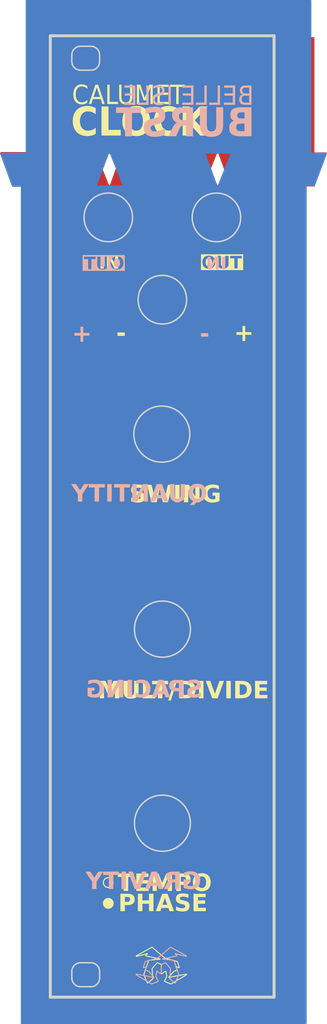
<source format=kicad_pcb>
(kicad_pcb (version 20221018) (generator pcbnew)
  (layers (0 "F.Cu" signal) (31 "B.Cu" signal) (34 "B.Paste" user) (35 "F.Paste" user) (36 "B.SilkS" user "B.Silkscreen") (37 "F.SilkS" user "F.Silkscreen") (38 "B.Mask" user) (39 "F.Mask" user) (44 "Edge.Cuts" user))
  (net 0 "")
  (gr_poly (pts (xy 105.164813 48.890955) (xy 106.708773 53.126557) (xy 117.950389 53.26365) (xy 119.556334 48.857093)) (stroke (width 0.15)) (fill solid) (layer "F.Cu"))
  (gr_poly (pts (xy 75.958977 48.80963) (xy 77.564922 53.039924) (xy 90.343896 53.124931) (xy 88.63158 48.844925)) (stroke (width 0.15)) (fill solid) (layer "F.Cu"))
  (gr_rect (start 78.74 53.215221) (end 116.84 165.1) (stroke (width 0.2)) (fill solid) (layer "F.Cu"))
  (gr_poly (pts (xy 92.222602 48.738846) (xy 90.647694 53.153331) (xy 103.185523 53.088889) (xy 104.915756 48.735826)) (stroke (width 0.15)) (fill solid) (layer "F.Cu"))
  (gr_rect (start 79.787659 33.485194) (end 117.887659 48.750594) (stroke (width 0.2)) (fill solid) (layer "F.Cu"))
  (gr_rect (start 79.374469 28.513269) (end 117.474469 48.858669) (stroke (width 0.2)) (fill solid) (layer "B.Cu"))
  (gr_poly (pts (xy 103.280867 48.87401) (xy 104.898102 53.227733) (xy 92.353439 53.209877) (xy 90.589425 48.825676)) (stroke (width 0.15)) (fill solid) (layer "B.Cu"))
  (gr_rect (start 78.724649 53.309594) (end 116.824649 165.194373) (stroke (width 0.2)) (fill solid) (layer "B.Cu"))
  (gr_poly (pts (xy 90.357548 48.942678) (xy 88.751603 53.172972) (xy 77.509987 53.310065) (xy 75.904042 48.903508)) (stroke (width 0.15)) (fill solid) (layer "B.Cu"))
  (gr_poly (pts (xy 119.605672 48.904003) (xy 117.999727 53.134297) (xy 105.098143 53.222098) (xy 106.828474 48.918025)) (stroke (width 0.15)) (fill solid) (layer "B.Cu"))
  (gr_poly (pts (xy 98.700813 155.021579) (xy 98.696962 155.021842) (xy 98.693141 155.022321) (xy 98.689401 155.023014) (xy 98.685794 155.023915) (xy 98.682368 155.025023) (xy 98.679175 155.026332) (xy 98.676265 155.027838) (xy 98.674932 155.028664) (xy 98.673688 155.029538) (xy 98.67254 155.03046) (xy 98.671495 155.031429) (xy 98.645812 155.052498) (xy 98.620314 155.07397) (xy 98.56963 155.117751) (xy 98.518946 155.162028) (xy 98.467766 155.206058) (xy 98.285203 155.362163) (xy 97.991516 155.616161) (xy 97.808954 155.774906) (xy 97.623745 155.933658) (xy 97.600052 155.952631) (xy 97.576575 155.971819) (xy 97.530149 156.010721) (xy 97.484219 156.050118) (xy 97.438537 156.089763) (xy 97.253329 156.248516) (xy 97.070766 156.407268) (xy 97.060225 156.415952) (xy 97.049439 156.424155) (xy 97.038413 156.431893) (xy 97.027151 156.439182) (xy 97.015656 156.446037) (xy 97.003932 156.452473) (xy 96.991984 156.458506) (xy 96.979815 156.464152) (xy 96.967429 156.469426) (xy 96.954829 156.474343) (xy 96.942021 156.478919) (xy 96.929007 156.483169) (xy 96.915791 156.48711) (xy 96.902378 156.490756) (xy 96.888771 156.494123) (xy 96.874974 156.497226) (xy 96.862076 156.499886) (xy 96.849177 156.50288) (xy 96.823381 156.509712) (xy 96.797584 156.517412) (xy 96.771787 156.52567) (xy 96.720193 156.542619) (xy 96.694396 156.55069) (xy 96.6686 156.558078) (xy 96.647883 156.563805) (xy 96.627383 156.56916) (xy 96.58691 156.579249) (xy 96.546932 156.589337) (xy 96.527052 156.59469) (xy 96.507204 156.600414) (xy 96.376235 156.639775) (xy 96.31075 156.658836) (xy 96.245265 156.67715) (xy 96.191274 156.690663) (xy 96.136786 156.703933) (xy 96.082299 156.717701) (xy 96.05521 156.725003) (xy 96.028307 156.732708) (xy 96.002511 156.739884) (xy 95.976714 156.747465) (xy 95.92512 156.763465) (xy 95.821932 156.796207) (xy 95.663183 156.838543) (xy 95.596169 156.856856) (xy 95.529899 156.875914) (xy 95.3986 156.915271) (xy 95.396089 156.916232) (xy 95.39352 156.91713) (xy 95.390897 156.917967) (xy 95.388223 156.918742) (xy 95.385503 156.919454) (xy 95.382741 156.920105) (xy 95.379939 156.920694) (xy 95.377103 156.921221) (xy 95.374236 156.921686) (xy 95.371341 156.922089) (xy 95.368423 156.922431) (xy 95.365486 156.92271) (xy 95.359569 156.923082) (xy 95.353621 156.923206) (xy 95.346417 156.924374) (xy 95.339674 156.925884) (xy 95.333375 156.927721) (xy 95.327499 156.929869) (xy 95.322028 156.932313) (xy 95.316943 156.935039) (xy 95.312226 156.938031) (xy 95.307857 156.941275) (xy 95.303817 156.944755) (xy 95.300088 156.948456) (xy 95.29665 156.952364) (xy 95.293485 156.956463) (xy 95.290574 156.960739) (xy 95.287898 156.965175) (xy 95.283176 156.974473) (xy 95.279166 156.984235) (xy 95.275719 156.994342) (xy 95.272682 157.004674) (xy 95.269905 157.01511) (xy 95.264525 157.035816) (xy 95.261621 157.045846) (xy 95.258371 157.0555) (xy 95.241008 157.10511) (xy 95.224636 157.15472) (xy 95.209257 157.20433) (xy 95.19487 157.25394) (xy 95.136662 157.45766) (xy 95.126285 157.489866) (xy 95.115165 157.522814) (xy 95.091683 157.589954) (xy 95.087498 157.602973) (xy 95.083002 157.616207) (xy 95.073824 157.643202) (xy 95.069514 157.656901) (xy 95.065639 157.670694) (xy 95.063921 157.677615) (xy 95.062383 157.684549) (xy 95.061046 157.691491) (xy 95.059933 157.698436) (xy 95.059739 157.699699) (xy 95.059648 157.701005) (xy 95.059658 157.702351) (xy 95.059763 157.703733) (xy 95.059959 157.705148) (xy 95.060241 157.706593) (xy 95.060606 157.708063) (xy 95.06105 157.709557) (xy 95.062152 157.712599) (xy 95.063515 157.715691) (xy 95.065102 157.718806) (xy 95.066879 157.721918) (xy 95.068811 157.724998) (xy 95.070863 157.728021) (xy 95.073001 157.730958) (xy 95.075188 157.733784) (xy 95.077392 157.736469) (xy 95.079576 157.738989) (xy 95.081706 157.741314) (xy 95.083746 157.743419) (xy 95.08585 157.744874) (xy 95.08817 157.746255) (xy 95.090676 157.747551) (xy 95.093337 157.74875) (xy 95.096123 157.74984) (xy 95.099001 157.750811) (xy 95.101941 157.751649) (xy 95.104913 157.752345) (xy 95.107884 157.752885) (xy 95.110824 157.753259) (xy 95.113703 157.753454) (xy 95.116488 157.75346) (xy 95.119149 157.753265) (xy 95.121656 157.752856) (xy 95.122841 157.752569) (xy 95.123976 157.752223) (xy 95.125057 157.751819) (xy 95.126079 157.751354) (xy 95.195987 157.723118) (xy 95.266639 157.694138) (xy 95.409183 157.634937) (xy 95.485913 157.603191) (xy 95.504433 157.603191) (xy 95.504462 157.604242) (xy 95.504542 157.605401) (xy 95.504805 157.607984) (xy 95.505131 157.610815) (xy 95.505425 157.61377) (xy 95.505532 157.615256) (xy 95.505596 157.616726) (xy 95.505605 157.618165) (xy 95.505549 157.619558) (xy 95.505416 157.620889) (xy 95.505193 157.622142) (xy 95.505044 157.622735) (xy 95.504869 157.623303) (xy 95.504666 157.623843) (xy 95.504433 157.624355) (xy 95.433658 157.777476) (xy 95.397277 157.853172) (xy 95.378405 157.890913) (xy 95.358913 157.928623) (xy 95.341534 157.961801) (xy 95.334816 157.975355) (xy 95.329519 157.987199) (xy 95.32743 157.992554) (xy 95.325727 157.99757) (xy 95.32442 158.002278) (xy 95.32352 158.006706) (xy 95.323036 158.010884) (xy 95.322979 158.014841) (xy 95.323359 158.018608) (xy 95.324187 158.022214) (xy 95.325471 158.025687) (xy 95.327223 158.029059) (xy 95.329453 158.032357) (xy 95.332171 158.035613) (xy 95.335386 158.038855) (xy 95.33911 158.042113) (xy 95.343352 158.045417) (xy 95.348123 158.048795) (xy 95.359291 158.055896) (xy 95.372695 158.063652) (xy 95.406538 158.082073) (xy 95.724039 158.24612) (xy 95.750124 158.258147) (xy 95.763152 158.264394) (xy 95.775962 158.27092) (xy 95.782238 158.274317) (xy 95.788401 158.277819) (xy 95.794432 158.281437) (xy 95.800312 158.285183) (xy 95.806022 158.289068) (xy 95.811541 158.293104) (xy 95.816852 158.297304) (xy 95.821933 158.301677) (xy 95.829285 158.30918) (xy 95.83647 158.316795) (xy 95.850418 158.332315) (xy 95.863931 158.348144) (xy 95.877165 158.36419) (xy 95.903417 158.396558) (xy 95.916744 158.412695) (xy 95.930413 158.428676) (xy 95.930901 158.42894) (xy 95.931375 158.429234) (xy 95.931834 158.429556) (xy 95.932278 158.429904) (xy 95.933128 158.430674) (xy 95.933927 158.431534) (xy 95.93468 158.43247) (xy 95.93539 158.433472) (xy 95.936061 158.434529) (xy 95.936697 158.435628) (xy 95.937302 158.436757) (xy 95.937881 158.437906) (xy 95.938971 158.440215) (xy 95.939999 158.442462) (xy 95.940997 158.444553) (xy 95.976674 158.482293) (xy 96.012103 158.520283) (xy 96.029647 158.53945) (xy 96.047036 158.558773) (xy 96.064239 158.578283) (xy 96.081225 158.598011) (xy 96.348454 158.904926) (xy 96.459578 159.042507) (xy 96.46054 159.043529) (xy 96.461444 159.044609) (xy 96.462293 159.045743) (xy 96.463092 159.046928) (xy 96.463845 159.04816) (xy 96.464555 159.049435) (xy 96.465226 159.050748) (xy 96.465862 159.052096) (xy 96.466468 159.053475) (xy 96.467046 159.054882) (xy 96.468136 159.05776) (xy 96.469165 159.0607) (xy 96.470162 159.063671) (xy 96.44635 159.063671) (xy 96.263788 159.026622) (xy 96.091808 158.989582) (xy 96.012433 158.973705) (xy 95.94608 158.959853) (xy 95.878487 158.946251) (xy 95.810399 158.933146) (xy 95.742558 158.920787) (xy 95.565287 158.891681) (xy 95.390663 158.854641) (xy 95.3707 158.850786) (xy 95.35052 158.847118) (xy 95.309634 158.840091) (xy 95.268251 158.833065) (xy 95.226621 158.825542) (xy 95.204788 158.821344) (xy 95.182924 158.816774) (xy 95.138979 158.807015) (xy 95.094537 158.797258) (xy 95.072053 158.792689) (xy 95.049351 158.788494) (xy 94.877371 158.759395) (xy 94.855662 158.755306) (xy 94.83417 158.750999) (xy 94.791712 158.741861) (xy 94.749751 158.732228) (xy 94.708038 158.722347) (xy 94.664712 158.714411) (xy 94.64367 158.710441) (xy 94.623372 158.70647) (xy 94.358788 158.6562) (xy 94.184164 158.627101) (xy 94.182179 158.627041) (xy 94.180195 158.626869) (xy 94.178211 158.626596) (xy 94.176226 158.626234) (xy 94.174242 158.625794) (xy 94.172257 158.625289) (xy 94.168289 158.624127) (xy 94.160351 158.621524) (xy 94.156382 158.620268) (xy 94.154398 158.619692) (xy 94.152414 158.619167) (xy 94.149453 158.618229) (xy 94.146523 158.617399) (xy 94.143626 158.616679) (xy 94.140761 158.61607) (xy 94.137928 158.61557) (xy 94.13513 158.615182) (xy 94.132365 158.614905) (xy 94.129635 158.614741) (xy 94.126939 158.614688) (xy 94.124279 158.614749) (xy 94.121655 158.614923) (xy 94.119067 158.615211) (xy 94.116516 158.615613) (xy 94.114002 158.61613) (xy 94.111526 158.616762) (xy 94.109088 158.61751) (xy 94.106689 158.618375) (xy 94.104329 158.619356) (xy 94.102009 158.620455) (xy 94.099729 158.621671) (xy 94.09749 158.623005) (xy 94.095292 158.624459) (xy 94.093136 158.626031) (xy 94.091022 158.627723) (xy 94.08895 158.629535) (xy 94.086922 158.631468) (xy 94.084937 158.633522) (xy 94.082996 158.635698) (xy 94.0811 158.637995) (xy 94.079249 158.640416) (xy 94.077444 158.642959) (xy 94.075684 158.645626) (xy 94.07303 158.650913) (xy 94.071401 158.653618) (xy 94.069983 158.656276) (xy 94.068769 158.658888) (xy 94.067754 158.661453) (xy 94.06693 158.663972) (xy 94.066292 158.666445) (xy 94.065833 158.668871) (xy 94.065547 158.67125) (xy 94.065428 158.673583) (xy 94.065469 158.67587) (xy 94.065664 158.67811) (xy 94.066007 158.680304) (xy 94.066491 158.682451) (xy 94.067111 158.684552) (xy 94.067859 158.686606) (xy 94.06873 158.688613) (xy 94.069718 158.690575) (xy 94.070815 158.692489) (xy 94.072016 158.694358) (xy 94.073314 158.696179) (xy 94.074703 158.697955) (xy 94.076178 158.699683) (xy 94.07773 158.701366) (xy 94.079355 158.703001) (xy 94.082796 158.706133) (xy 94.08645 158.709079) (xy 94.090267 158.711839) (xy 94.094197 158.714412) (xy 94.153687 158.748186) (xy 94.212929 158.78221) (xy 94.271674 158.81673) (xy 94.329676 158.851993) (xy 94.557218 158.989574) (xy 94.747718 159.100696) (xy 94.805678 159.134887) (xy 94.864135 159.16982) (xy 94.922591 159.205249) (xy 94.980551 159.240924) (xy 95.079439 159.296492) (xy 95.128263 159.324274) (xy 95.176343 159.352054) (xy 95.282177 159.418201) (xy 95.559989 159.582241) (xy 95.731969 159.682788) (xy 95.79394 159.720491) (xy 95.856654 159.758194) (xy 95.983324 159.833599) (xy 96.06336 159.883873) (xy 96.083834 159.895975) (xy 96.094184 159.901744) (xy 96.104618 159.907271) (xy 96.115146 159.91252) (xy 96.125775 159.917451) (xy 96.136512 159.922025) (xy 96.147365 159.926204) (xy 96.150132 159.927105) (xy 96.152972 159.927827) (xy 96.155882 159.928378) (xy 96.158858 159.928764) (xy 96.164992 159.929073) (xy 96.171343 159.928812) (xy 96.17788 159.928039) (xy 96.184572 159.926812) (xy 96.191388 159.92519) (xy 96.198298 159.923231) (xy 96.205269 159.920992) (xy 96.212271 159.918533) (xy 96.226244 159.913184) (xy 96.253199 159.902393) (xy 96.319097 159.878127) (xy 96.38549 159.853116) (xy 96.451884 159.827608) (xy 96.517782 159.801853) (xy 96.570947 159.781553) (xy 96.623615 159.760507) (xy 96.729449 159.717182) (xy 96.860417 159.665919) (xy 96.925902 159.640907) (xy 96.991387 159.616642) (xy 96.994316 159.615587) (xy 96.99715 159.614413) (xy 96.999885 159.613123) (xy 97.002518 159.61172) (xy 97.005046 159.610209) (xy 97.007467 159.608593) (xy 97.009778 159.606877) (xy 97.011975 159.605063) (xy 97.014055 159.603157) (xy 97.016017 159.601161) (xy 97.017856 159.599081) (xy 97.019571 159.596919) (xy 97.021158 159.594679) (xy 97.022613 159.592366) (xy 97.023935 159.589983) (xy 97.025121 159.587534) (xy 97.026167 159.585024) (xy 97.02707 159.582455) (xy 97.027829 159.579832) (xy 97.028439 159.577159) (xy 97.028897 159.574439) (xy 97.029202 159.571676) (xy 97.02935 159.568875) (xy 97.029338 159.566039) (xy 97.029163 159.563172) (xy 97.028822 159.560278) (xy 97.028313 159.55736) (xy 97.027632 159.554424) (xy 97.026777 159.551471) (xy 97.025745 159.548507) (xy 97.024532 159.545536) (xy 97.023137 159.54256) (xy 96.94806 159.389099) (xy 96.911143 159.312618) (xy 96.874969 159.235637) (xy 96.774427 159.01604) (xy 96.771364 159.009619) (xy 96.768154 159.003249) (xy 96.761446 158.990613) (xy 96.754615 158.97804) (xy 96.74797 158.965436) (xy 96.744814 158.959093) (xy 96.74182 158.952707) (xy 96.739028 158.946267) (xy 96.736477 158.939762) (xy 96.734204 158.933178) (xy 96.73225 158.926505) (xy 96.730652 158.919732) (xy 96.729449 158.912845) (xy 96.728638 158.906366) (xy 96.728172 158.899829) (xy 96.728024 158.893237) (xy 96.728167 158.886595) (xy 96.728573 158.879907) (xy 96.729216 158.873175) (xy 96.730068 158.866405) (xy 96.731102 158.859601) (xy 96.733609 158.845902) (xy 96.736518 158.83211) (xy 96.742677 158.80437) (xy 96.743759 158.79792) (xy 96.745003 158.791466) (xy 96.747886 158.778531) (xy 96.751142 158.765535) (xy 96.754584 158.752446) (xy 96.758026 158.739233) (xy 96.761281 158.725864) (xy 96.764165 158.712309) (xy 96.765409 158.705452) (xy 96.76649 158.698536) (xy 96.778727 158.597992) (xy 96.785465 158.547471) (xy 96.792948 158.497448) (xy 96.80134 158.45024) (xy 96.810477 158.403525) (xy 96.82999 158.309597) (xy 96.840573 158.238163) (xy 96.841611 158.234408) (xy 96.842736 158.231068) (xy 96.843942 158.228127) (xy 96.845224 158.225564) (xy 96.846576 158.223361) (xy 96.847991 158.221501) (xy 96.849465 158.219964) (xy 96.850991 158.218733) (xy 96.852564 158.217788) (xy 96.854177 158.217112) (xy 96.855825 158.216686) (xy 96.857502 158.216491) (xy 96.859203 158.21651) (xy 96.860921 158.216723) (xy 96.86265 158.217113) (xy 96.864386 158.21766) (xy 96.866121 158.218348) (xy 96.86785 158.219156) (xy 96.869568 158.220067) (xy 96.871269 158.221062) (xy 96.874594 158.223232) (xy 96.87778 158.225518) (xy 96.883547 158.229848) (xy 96.886036 158.231598) (xy 96.888198 158.232875) (xy 96.988988 158.298818) (xy 97.089282 158.365502) (xy 97.290365 158.500103) (xy 97.303377 158.508913) (xy 97.316575 158.517507) (xy 97.329897 158.525916) (xy 97.343282 158.534169) (xy 97.396199 158.566249) (xy 97.398724 158.567848) (xy 97.401331 158.569174) (xy 97.404011 158.570236) (xy 97.406751 158.571041) (xy 97.409542 158.571596) (xy 97.412372 158.571908) (xy 97.415231 158.571985) (xy 97.418109 158.571833) (xy 97.420995 158.571461) (xy 97.423878 158.570875) (xy 97.426747 158.570082) (xy 97.429592 158.56909) (xy 97.432402 158.567907) (xy 97.435166 158.566539) (xy 97.437875 158.564993) (xy 97.440516 158.563278) (xy 97.44308 158.561399) (xy 97.445556 158.559366) (xy 97.447933 158.557183) (xy 97.4502 158.55486) (xy 97.452348 158.552403) (xy 97.454364 158.54982) (xy 97.456239 158.547117) (xy 97.457962 158.544303) (xy 97.459522 158.541383) (xy 97.460909 158.538366) (xy 97.462112 158.53526) (xy 97.463119 158.53207) (xy 97.463922 158.528804) (xy 97.464508 158.52547) (xy 97.464868 158.522076) (xy 97.46499 158.518627) (xy 97.46499 158.24876) (xy 97.459368 157.960365) (xy 97.451761 157.67197) (xy 97.444154 157.525124) (xy 97.440971 157.451704) (xy 97.438532 157.378284) (xy 97.438563 157.377269) (xy 97.438654 157.376211) (xy 97.438803 157.375114) (xy 97.439008 157.373983) (xy 97.439579 157.371631) (xy 97.440351 157.369186) (xy 97.44131 157.366679) (xy 97.442439 157.364142) (xy 97.443723 157.361604) (xy 97.445147 157.359098) (xy 97.446694 157.356654) (xy 97.448351 157.354302) (xy 97.4501 157.352075) (xy 97.451927 157.350003) (xy 97.453816 157.348117) (xy 97.454778 157.347253) (xy 97.455751 157.346447) (xy 97.456731 157.345703) (xy 97.457717 157.345026) (xy 97.458707 157.344418) (xy 97.459699 157.343883) (xy 97.594967 157.272779) (xy 97.663221 157.237846) (xy 97.732219 157.203655) (xy 97.790635 157.175916) (xy 97.85029 157.148425) (xy 97.910442 157.12143) (xy 97.970345 157.09518) (xy 97.972884 157.094278) (xy 97.975523 157.093559) (xy 97.97824 157.093018) (xy 97.981012 157.092652) (xy 97.983814 157.092457) (xy 97.986624 157.092429) (xy 97.989418 157.092563) (xy 97.992174 157.092857) (xy 97.994868 157.093306) (xy 97.997476 157.093906) (xy 97.999976 157.094654) (xy 98.002344 157.095545) (xy 98.004557 157.096576) (xy 98.006591 157.097742) (xy 98.007535 157.098375) (xy 98.008425 157.099041) (xy 98.009258 157.099738) (xy 98.010033 157.100467) (xy 98.229638 157.346523) (xy 98.343077 157.472205) (xy 98.398929 157.534796) (xy 98.454533 157.597881) (xy 98.47647 157.623451) (xy 98.498561 157.648649) (xy 98.542838 157.698425) (xy 98.586618 157.7482) (xy 98.608089 157.773399) (xy 98.629158 157.798969) (xy 98.639596 157.811987) (xy 98.650655 157.825222) (xy 98.661713 157.838642) (xy 98.667049 157.845412) (xy 98.672152 157.852217) (xy 98.676945 157.859053) (xy 98.681351 157.865916) (xy 98.685291 157.872803) (xy 98.688689 157.879709) (xy 98.69016 157.883168) (xy 98.691466 157.88663) (xy 98.692598 157.890096) (xy 98.693546 157.893564) (xy 98.694301 157.897034) (xy 98.694851 157.900505) (xy 98.695189 157.903978) (xy 98.695303 157.907451) (xy 98.695479 157.947139) (xy 98.694228 157.986827) (xy 98.691862 158.026516) (xy 98.688689 158.066204) (xy 98.681165 158.14558) (xy 98.677434 158.185268) (xy 98.674137 158.224956) (xy 98.673026 158.24171) (xy 98.671698 158.258277) (xy 98.668514 158.291099) (xy 98.664835 158.323921) (xy 98.660907 158.357242) (xy 98.634449 158.674747) (xy 98.630522 158.708069) (xy 98.626842 158.740894) (xy 98.623659 158.773718) (xy 98.622332 158.790286) (xy 98.621221 158.807041) (xy 98.594762 159.124546) (xy 98.581534 159.180103) (xy 98.58068 159.185476) (xy 98.580097 159.190683) (xy 98.579778 159.195729) (xy 98.579715 159.200619) (xy 98.579899 159.205359) (xy 98.580324 159.209951) (xy 98.580982 159.214402) (xy 98.581864 159.218717) (xy 98.582964 159.2229) (xy 98.584272 159.226955) (xy 98.585783 159.230889) (xy 98.587487 159.234705) (xy 98.589377 159.238409) (xy 98.591445 159.242006) (xy 98.593684 159.245499) (xy 98.596086 159.248895) (xy 98.598642 159.252198) (xy 98.601346 159.255413) (xy 98.607165 159.261597) (xy 98.61348 159.267486) (xy 98.620229 159.27312) (xy 98.62735 159.278536) (xy 98.634781 159.283775) (xy 98.64246 159.288874) (xy 98.650325 159.293872) (xy 98.655722 159.297376) (xy 98.661002 159.300938) (xy 98.666173 159.304554) (xy 98.671244 159.30822) (xy 98.681114 159.315689) (xy 98.690674 159.323312) (xy 98.699986 159.331059) (xy 98.709112 159.338899) (xy 98.727054 159.354732) (xy 98.914908 159.513485) (xy 98.978863 159.565078) (xy 99.043562 159.616668) (xy 99.1742 159.719852) (xy 99.256221 159.791294) (xy 99.258949 159.793689) (xy 99.261676 159.795914) (xy 99.264398 159.797968) (xy 99.267115 159.799851) (xy 99.269824 159.801564) (xy 99.272523 159.803107) (xy 99.27521 159.804479) (xy 99.277884 159.80568) (xy 99.280543 159.806711) (xy 99.283183 159.807572) (xy 99.285805 159.808261) (xy 99.288405 159.808781) (xy 99.290982 159.809129) (xy 99.293534 159.809307) (xy 99.296059 159.809315) (xy 99.298555 159.809152) (xy 99.301019 159.808819) (xy 99.303451 159.808315) (xy 99.305848 159.80764) (xy 99.308208 159.806795) (xy 99.310529 159.805779) (xy 99.31281 159.804593) (xy 99.315047 159.803237) (xy 99.317241 159.801709) (xy 99.319388 159.800011) (xy 99.321486 159.798143) (xy 99.323534 159.796104) (xy 99.32553 159.793895) (xy 99.327471 159.791515) (xy 99.329356 159.788964) (xy 99.331183 159.786243) (xy 99.33295 159.783351) (xy 99.355109 159.743167) (xy 99.377268 159.701991) (xy 99.388037 159.681031) (xy 99.398435 159.659823) (xy 99.408336 159.638367) (xy 99.417617 159.616664) (xy 99.434138 159.576742) (xy 99.45007 159.536418) (xy 99.480787 159.454935) (xy 99.511007 159.372957) (xy 99.541972 159.291225) (xy 99.608118 159.132473) (xy 99.631516 159.072896) (xy 99.654419 159.013074) (xy 99.700721 158.891697) (xy 99.723294 158.834151) (xy 99.746362 158.776607) (xy 99.757617 158.747835) (xy 99.768438 158.719063) (xy 99.778639 158.690291) (xy 99.788034 158.661518) (xy 99.788709 158.659511) (xy 99.789251 158.65746) (xy 99.789665 158.655367) (xy 99.789956 158.653234) (xy 99.790132 158.651065) (xy 99.790197 158.648862) (xy 99.790018 158.644361) (xy 99.789468 158.639752) (xy 99.788592 158.635053) (xy 99.787437 158.630285) (xy 99.78605 158.625466) (xy 99.784476 158.620616) (xy 99.782763 158.615755) (xy 99.779104 158.606074) (xy 99.775446 158.596581) (xy 99.772159 158.587429) (xy 99.671618 158.299038) (xy 99.64735 158.228012) (xy 99.622339 158.157483) (xy 99.571076 158.015934) (xy 99.502285 157.806903) (xy 99.430847 157.597881) (xy 99.356764 157.383571) (xy 99.321045 157.278067) (xy 99.285326 157.174549) (xy 99.249277 157.063426) (xy 99.230632 157.007862) (xy 99.211243 156.952297) (xy 99.197311 156.91261) (xy 99.183131 156.872924) (xy 99.168455 156.833239) (xy 99.153035 156.793552) (xy 99.151892 156.791045) (xy 99.150466 156.788503) (xy 99.148785 156.785953) (xy 99.146875 156.783423) (xy 99.144763 156.780939) (xy 99.142477 156.778529) (xy 99.140044 156.776219) (xy 99.13749 156.774038) (xy 99.134844 156.772011) (xy 99.132132 156.770167) (xy 99.12938 156.768532) (xy 99.126618 156.767133) (xy 99.12387 156.765998) (xy 99.122511 156.765538) (xy 99.121166 156.765154) (xy 99.119838 156.764849) (xy 99.118531 156.764627) (xy 99.117248 156.764492) (xy 99.115993 156.764446) (xy 99.09924 156.761594) (xy 99.082672 156.758991) (xy 99.066229 156.756636) (xy 99.049847 156.754529) (xy 99.033466 156.752669) (xy 99.017022 156.751057) (xy 99.000455 156.749693) (xy 98.983701 156.748577) (xy 98.827597 156.736336) (xy 98.749297 156.729596) (xy 98.671493 156.72211) (xy 98.417493 156.695652) (xy 98.142327 156.669193) (xy 97.89891 156.642734) (xy 97.765296 156.630498) (xy 97.698737 156.623758) (xy 97.631682 156.616275) (xy 97.631186 156.616253) (xy 97.63069 156.616186) (xy 97.630194 156.616077) (xy 97.629697 156.615929) (xy 97.629201 156.615744) (xy 97.628705 156.615525) (xy 97.628209 156.615274) (xy 97.627713 156.614993) (xy 97.626721 156.614353) (xy 97.625728 156.613623) (xy 97.624736 156.612823) (xy 97.623744 156.611973) (xy 97.62176 156.6102) (xy 97.619775 156.608457) (xy 97.618783 156.607646) (xy 97.617791 156.606901) (xy 97.616798 156.606241) (xy 97.616302 156.605949) (xy 97.615806 156.605686) (xy 97.616798 156.60516) (xy 97.617791 156.604585) (xy 97.618783 156.60397) (xy 97.619775 156.603329) (xy 97.62176 156.602012) (xy 97.623744 156.600726) (xy 97.624736 156.600123) (xy 97.625728 156.599564) (xy 97.626721 156.599058) (xy 97.627713 156.598619) (xy 97.628705 156.598257) (xy 97.629201 156.598108) (xy 97.629697 156.597984) (xy 97.630194 156.597884) (xy 97.63069 156.597811) (xy 97.631186 156.597766) (xy 97.631682 156.597751) (xy 97.705104 156.580347) (xy 97.778526 156.563685) (xy 97.92537 156.531604) (xy 97.965016 156.524085) (xy 98.004414 156.517058) (xy 98.043316 156.51003) (xy 98.062503 156.506361) (xy 98.081474 156.502506) (xy 98.279911 156.452236) (xy 98.297889 156.448381) (xy 98.316084 156.444713) (xy 98.353002 156.437686) (xy 98.390416 156.430657) (xy 98.428078 156.42313) (xy 98.447803 156.419048) (xy 98.467311 156.414779) (xy 98.5058 156.405933) (xy 98.543793 156.397086) (xy 98.581537 156.388736) (xy 98.724412 156.35699) (xy 98.764513 156.347105) (xy 98.80511 156.337471) (xy 98.845707 156.328334) (xy 98.885808 156.319942) (xy 99.020745 156.290844) (xy 99.040588 156.286754) (xy 99.060432 156.282448) (xy 99.10012 156.273309) (xy 99.139807 156.263676) (xy 99.179494 156.253795) (xy 99.330307 156.224697) (xy 99.425558 156.204519) (xy 99.473183 156.193813) (xy 99.520808 156.182361) (xy 99.524435 156.18127) (xy 99.527876 156.179987) (xy 99.531128 156.178522) (xy 99.534192 156.176884) (xy 99.537065 156.175084) (xy 99.539748 156.17313) (xy 99.542239 156.171033) (xy 99.544537 156.168803) (xy 99.546642 156.166448) (xy 99.548551 156.163979) (xy 99.550265 156.161406) (xy 99.551782 156.158737) (xy 99.553102 156.155983) (xy 99.554223 156.153154) (xy 99.555144 156.150258) (xy 99.555865 156.147307) (xy 99.556384 156.144309) (xy 99.556701 156.141274) (xy 99.556814 156.138212) (xy 99.556722 156.135133) (xy 99.556426 156.132046) (xy 99.555923 156.12896) (xy 99.555212 156.125887) (xy 99.554294 156.122834) (xy 99.553166 156.119813) (xy 99.551827 156.116832) (xy 99.550278 156.113902) (xy 99.548516 156.111032) (xy 99.546541 156.108231) (xy 99.544352 156.10551) (xy 99.541948 156.102878) (xy 99.539328 156.100345) (xy 99.332954 155.920429) (xy 99.33103 155.918879) (xy 99.329218 155.917213) (xy 99.327506 155.915439) (xy 99.325884 155.913563) (xy 99.32434 155.911595) (xy 99.322861 155.909542) (xy 99.321437 155.907411) (xy 99.320055 155.905211) (xy 99.309141 155.886028) (xy 99.315094 155.885919) (xy 99.321047 155.885656) (xy 99.332953 155.885035) (xy 99.338907 155.884864) (xy 99.341883 155.884855) (xy 99.34486 155.884911) (xy 99.347836 155.885045) (xy 99.350813 155.885268) (xy 99.35379 155.885592) (xy 99.356766 155.886028) (xy 99.386645 155.893205) (xy 99.416711 155.900785) (xy 99.477151 155.916785) (xy 99.597537 155.949527) (xy 99.643177 155.962964) (xy 99.688817 155.975655) (xy 99.780098 155.999797) (xy 99.954724 156.042133) (xy 100.000365 156.05557) (xy 100.046006 156.068261) (xy 100.137287 156.092403) (xy 100.228568 156.112581) (xy 100.274209 156.123287) (xy 100.319849 156.134739) (xy 100.361521 156.145119) (xy 100.403193 156.15624) (xy 100.444865 156.167856) (xy 100.486536 156.179721) (xy 100.50253 156.184566) (xy 100.518741 156.189192) (xy 100.535138 156.193631) (xy 100.55169 156.197914) (xy 100.585135 156.206138) (xy 100.618828 156.214115) (xy 100.634811 156.21776) (xy 100.65095 156.220939) (xy 100.68332 156.227016) (xy 100.699366 156.230473) (xy 100.707313 156.232428) (xy 100.715194 156.234581) (xy 100.722998 156.236967) (xy 100.730713 156.23962) (xy 100.738327 156.242575) (xy 100.745828 156.245868) (xy 100.749255 156.247505) (xy 100.75259 156.248944) (xy 100.755836 156.250191) (xy 100.758995 156.251249) (xy 100.762069 156.252123) (xy 100.76506 156.252817) (xy 100.767969 156.253336) (xy 100.770798 156.253683) (xy 100.77355 156.253864) (xy 100.776227 156.253883) (xy 100.77883 156.253744) (xy 100.781361 156.253451) (xy 100.783822 156.253009) (xy 100.786216 156.252422) (xy 100.788544 156.251695) (xy 100.790807 156.250831) (xy 100.793009 156.249836) (xy 100.795151 156.248713) (xy 100.797234 156.247467) (xy 100.799262 156.246103) (xy 100.801235 156.244624) (xy 100.803155 156.243035) (xy 100.805026 156.24134) (xy 100.806848 156.239545) (xy 100.808623 156.237652) (xy 100.810354 156.235667) (xy 100.81369 156.231436) (xy 100.81687 156.226888) (xy 100.819911 156.222057) (xy 100.821292 156.219352) (xy 100.822462 156.216694) (xy 100.823428 156.214082) (xy 100.824195 156.211517) (xy 100.824771 156.208998) (xy 100.825161 156.206525) (xy 100.825372 156.204099) (xy 100.82541 156.20172) (xy 100.825281 156.199387) (xy 100.824992 156.1971) (xy 100.824549 156.19486) (xy 100.823958 156.192666) (xy 100.823225 156.190519) (xy 100.822358 156.188418) (xy 100.821361 156.186364) (xy 100.820242 156.184356) (xy 100.819007 156.182395) (xy 100.817661 156.18048) (xy 100.816212 156.178612) (xy 100.814666 156.17679) (xy 100.813029 156.175015) (xy 100.811307 156.173286) (xy 100.807633 156.169968) (xy 100.803696 156.166837) (xy 100.799546 156.163891) (xy 100.795233 156.161131) (xy 100.790807 156.158557) (xy 100.462724 155.983936) (xy 100.049974 155.759037) (xy 99.764224 155.600284) (xy 99.351474 155.372745) (xy 99.28446 155.336614) (xy 99.21819 155.299987) (xy 99.086891 155.22723) (xy 98.905652 155.125693) (xy 98.724412 155.026142) (xy 98.723127 155.025429) (xy 98.721754 155.024777) (xy 98.720301 155.024187) (xy 98.718774 155.023657) (xy 98.715523 155.022776) (xy 98.712051 155.022132) (xy 98.708409 155.021721) (xy 98.704646 155.021538)) (stroke (width 0.127)) (fill none) (layer "B.SilkS"))
  (gr_poly (pts (xy 96.21163 155.022111) (xy 96.215481 155.022374) (xy 96.219302 155.022853) (xy 96.223042 155.023546) (xy 96.226649 155.024447) (xy 96.230075 155.025555) (xy 96.233268 155.026864) (xy 96.236178 155.02837) (xy 96.237511 155.029196) (xy 96.238755 155.03007) (xy 96.239903 155.030992) (xy 96.240948 155.031961) (xy 96.266631 155.05303) (xy 96.292129 155.074502) (xy 96.342813 155.118283) (xy 96.393497 155.16256) (xy 96.444677 155.20659) (xy 96.62724 155.362695) (xy 96.920927 155.616693) (xy 97.103489 155.775438) (xy 97.288698 155.93419) (xy 97.312391 155.953163) (xy 97.335868 155.972351) (xy 97.382294 156.011253) (xy 97.428224 156.05065) (xy 97.473906 156.090295) (xy 97.659114 156.249048) (xy 97.841677 156.4078) (xy 97.852218 156.416484) (xy 97.863004 156.424687) (xy 97.87403 156.432425) (xy 97.885292 156.439714) (xy 97.896787 156.446569) (xy 97.908511 156.453005) (xy 97.920459 156.459038) (xy 97.932628 156.464684) (xy 97.945014 156.469958) (xy 97.957614 156.474875) (xy 97.970422 156.479451) (xy 97.983436 156.483701) (xy 97.996652 156.487642) (xy 98.010065 156.491288) (xy 98.023672 156.494655) (xy 98.037469 156.497758) (xy 98.050367 156.500418) (xy 98.063266 156.503412) (xy 98.089062 156.510244) (xy 98.114859 156.517944) (xy 98.140656 156.526202) (xy 98.19225 156.543151) (xy 98.218047 156.551222) (xy 98.243843 156.55861) (xy 98.26456 156.564337) (xy 98.28506 156.569692) (xy 98.325533 156.579781) (xy 98.365511 156.589869) (xy 98.385391 156.595222) (xy 98.405239 156.600946) (xy 98.536208 156.640307) (xy 98.601693 156.659368) (xy 98.667178 156.677682) (xy 98.721169 156.691195) (xy 98.775657 156.704465) (xy 98.830144 156.718233) (xy 98.857233 156.725535) (xy 98.884136 156.73324) (xy 98.909932 156.740416) (xy 98.935729 156.747997) (xy 98.987323 156.763997) (xy 99.090511 156.796739) (xy 99.24926 156.839075) (xy 99.316274 156.857388) (xy 99.382544 156.876446) (xy 99.513843 156.915803) (xy 99.516354 156.916764) (xy 99.518923 156.917662) (xy 99.521546 156.918499) (xy 99.52422 156.919274) (xy 99.52694 156.919986) (xy 99.529702 156.920637) (xy 99.532504 156.921226) (xy 99.53534 156.921753) (xy 99.538207 156.922218) (xy 99.541102 156.922621) (xy 99.54402 156.922963) (xy 99.546957 156.923242) (xy 99.552874 156.923614) (xy 99.558822 156.923738) (xy 99.566026 156.924906) (xy 99.572769 156.926416) (xy 99.579068 156.928253) (xy 99.584944 156.930401) (xy 99.590415 156.932845) (xy 99.5955 156.935571) (xy 99.600217 156.938563) (xy 99.604586 156.941807) (xy 99.608626 156.945287) (xy 99.612355 156.948988) (xy 99.615793 156.952896) (xy 99.618958 156.956995) (xy 99.621869 156.961271) (xy 99.624545 156.965707) (xy 99.629267 156.975005) (xy 99.633277 156.984767) (xy 99.636724 156.994874) (xy 99.639761 157.005206) (xy 99.642538 157.015642) (xy 99.647918 157.036348) (xy 99.650822 157.046378) (xy 99.654072 157.056032) (xy 99.671435 157.105642) (xy 99.687807 157.155252) (xy 99.703186 157.204862) (xy 99.717573 157.254472) (xy 99.775781 157.458192) (xy 99.786158 157.490398) (xy 99.797278 157.523346) (xy 99.82076 157.590486) (xy 99.824945 157.603505) (xy 99.829441 157.616739) (xy 99.838619 157.643734) (xy 99.842929 157.657433) (xy 99.846804 157.671226) (xy 99.848522 157.678147) (xy 99.85006 157.685081) (xy 99.851397 157.692023) (xy 99.85251 157.698968) (xy 99.852704 157.700231) (xy 99.852795 157.701537) (xy 99.852785 157.702883) (xy 99.85268 157.704265) (xy 99.852484 157.70568) (xy 99.852202 157.707125) (xy 99.851837 157.708595) (xy 99.851393 157.710089) (xy 99.850291 157.713131) (xy 99.848928 157.716223) (xy 99.847341 157.719338) (xy 99.845564 157.72245) (xy 99.843632 157.72553) (xy 99.84158 157.728553) (xy 99.839442 157.73149) (xy 99.837255 157.734316) (xy 99.835051 157.737001) (xy 99.832867 157.739521) (xy 99.830737 157.741846) (xy 99.828697 157.743951) (xy 99.826593 157.745406) (xy 99.824273 157.746787) (xy 99.821767 157.748083) (xy 99.819106 157.749282) (xy 99.81632 157.750372) (xy 99.813442 157.751343) (xy 99.810502 157.752181) (xy 99.80753 157.752877) (xy 99.804559 157.753417) (xy 99.801619 157.753791) (xy 99.79874 157.753986) (xy 99.795955 157.753992) (xy 99.793294 157.753797) (xy 99.790787 157.753388) (xy 99.789602 157.753101) (xy 99.788467 157.752755) (xy 99.787386 157.752351) (xy 99.786364 157.751886) (xy 99.716456 157.72365) (xy 99.645804 157.69467) (xy 99.50326 157.635469) (xy 99.42653 157.603723) (xy 99.40801 157.603723) (xy 99.407981 157.604774) (xy 99.407901 157.605933) (xy 99.407638 157.608516) (xy 99.407312 157.611347) (xy 99.407018 157.614302) (xy 99.406911 157.615788) (xy 99.406847 157.617258) (xy 99.406838 157.618697) (xy 99.406894 157.62009) (xy 99.407027 157.621421) (xy 99.40725 157.622674) (xy 99.407399 157.623267) (xy 99.407574 157.623835) (xy 99.407777 157.624375) (xy 99.40801 157.624887) (xy 99.478785 157.778008) (xy 99.515166 157.853704) (xy 99.534038 157.891445) (xy 99.55353 157.929155) (xy 99.570909 157.962333) (xy 99.577627 157.975887) (xy 99.582924 157.987731) (xy 99.585013 157.993086) (xy 99.586716 157.998102) (xy 99.588023 158.00281) (xy 99.588923 158.007238) (xy 99.589407 158.011416) (xy 99.589464 158.015373) (xy 99.589084 158.01914) (xy 99.588256 158.022746) (xy 99.586972 158.026219) (xy 99.58522 158.029591) (xy 99.58299 158.032889) (xy 99.580272 158.036145) (xy 99.577057 158.039387) (xy 99.573333 158.042645) (xy 99.569091 158.045949) (xy 99.56432 158.049327) (xy 99.553152 158.056428) (xy 99.539748 158.064184) (xy 99.505905 158.082605) (xy 99.188404 158.246652) (xy 99.162319 158.258679) (xy 99.149291 158.264926) (xy 99.136481 158.271452) (xy 99.130205 158.274849) (xy 99.124042 158.278351) (xy 99.118011 158.281969) (xy 99.112131 158.285715) (xy 99.106421 158.2896) (xy 99.100902 158.293636) (xy 99.095591 158.297836) (xy 99.09051 158.302209) (xy 99.083158 158.309712) (xy 99.075973 158.317327) (xy 99.062025 158.332847) (xy 99.048512 158.348676) (xy 99.035278 158.364722) (xy 99.009026 158.39709) (xy 98.995699 158.413227) (xy 98.98203 158.429208) (xy 98.981542 158.429472) (xy 98.981068 158.429766) (xy 98.980609 158.430088) (xy 98.980165 158.430436) (xy 98.979315 158.431206) (xy 98.978516 158.432066) (xy 98.977763 158.433002) (xy 98.977053 158.434004) (xy 98.976382 158.435061) (xy 98.975746 158.43616) (xy 98.975141 158.437289) (xy 98.974562 158.438438) (xy 98.973472 158.440747) (xy 98.972444 158.442994) (xy 98.971446 158.445085) (xy 98.935769 158.482825) (xy 98.90034 158.520815) (xy 98.882796 158.539982) (xy 98.865407 158.559305) (xy 98.848204 158.578815) (xy 98.831218 158.598543) (xy 98.563989 158.905458) (xy 98.452865 159.043039) (xy 98.451903 159.044061) (xy 98.450999 159.045141) (xy 98.45015 159.046275) (xy 98.449351 159.04746) (xy 98.448598 159.048692) (xy 98.447888 159.049967) (xy 98.447217 159.05128) (xy 98.446581 159.052628) (xy 98.445975 159.054007) (xy 98.445397 159.055414) (xy 98.444307 159.058292) (xy 98.443278 159.061232) (xy 98.442281 159.064203) (xy 98.466093 159.064203) (xy 98.648655 159.027154) (xy 98.820635 158.990114) (xy 98.90001 158.974237) (xy 98.966363 158.960385) (xy 99.033956 158.946783) (xy 99.102044 158.933678) (xy 99.169885 158.921319) (xy 99.347156 158.892213) (xy 99.52178 158.855173) (xy 99.541743 158.851318) (xy 99.561923 158.84765) (xy 99.602809 158.840623) (xy 99.644192 158.833597) (xy 99.685822 158.826074) (xy 99.707655 158.821876) (xy 99.729519 158.817306) (xy 99.773464 158.807547) (xy 99.817906 158.79779) (xy 99.84039 158.793221) (xy 99.863092 158.789026) (xy 100.035072 158.759927) (xy 100.056781 158.755838) (xy 100.078273 158.751531) (xy 100.120731 158.742393) (xy 100.162692 158.73276) (xy 100.204405 158.722879) (xy 100.247731 158.714943) (xy 100.268773 158.710973) (xy 100.289071 158.707002) (xy 100.553655 158.656732) (xy 100.728279 158.627633) (xy 100.730264 158.627573) (xy 100.732248 158.627401) (xy 100.734232 158.627128) (xy 100.736217 158.626766) (xy 100.738201 158.626326) (xy 100.740186 158.625821) (xy 100.744154 158.624659) (xy 100.752092 158.622056) (xy 100.756061 158.6208) (xy 100.758045 158.620224) (xy 100.760029 158.619699) (xy 100.76299 158.618761) (xy 100.76592 158.617931) (xy 100.768817 158.617211) (xy 100.771682 158.616602) (xy 100.774515 158.616102) (xy 100.777313 158.615714) (xy 100.780078 158.615437) (xy 100.782808 158.615273) (xy 100.785504 158.61522) (xy 100.788164 158.615281) (xy 100.790788 158.615455) (xy 100.793376 158.615743) (xy 100.795927 158.616145) (xy 100.798441 158.616662) (xy 100.800917 158.617294) (xy 100.803355 158.618042) (xy 100.805754 158.618907) (xy 100.808114 158.619888) (xy 100.810434 158.620987) (xy 100.812714 158.622203) (xy 100.814953 158.623537) (xy 100.817151 158.624991) (xy 100.819307 158.626563) (xy 100.821421 158.628255) (xy 100.823493 158.630067) (xy 100.825521 158.632) (xy 100.827506 158.634054) (xy 100.829447 158.63623) (xy 100.831343 158.638527) (xy 100.833194 158.640948) (xy 100.834999 158.643491) (xy 100.836759 158.646158) (xy 100.839413 158.651445) (xy 100.841042 158.65415) (xy 100.84246 158.656808) (xy 100.843674 158.65942) (xy 100.844689 158.661985) (xy 100.845513 158.664504) (xy 100.846151 158.666977) (xy 100.84661 158.669403) (xy 100.846896 158.671782) (xy 100.847015 158.674115) (xy 100.846974 158.676402) (xy 100.846779 158.678642) (xy 100.846436 158.680836) (xy 100.845952 158.682983) (xy 100.845332 158.685084) (xy 100.844584 158.687138) (xy 100.843713 158.689145) (xy 100.842725 158.691107) (xy 100.841628 158.693021) (xy 100.840427 158.69489) (xy 100.839129 158.696711) (xy 100.83774 158.698487) (xy 100.836265 158.700215) (xy 100.834713 158.701898) (xy 100.833088 158.703533) (xy 100.829647 158.706665) (xy 100.825993 158.709611) (xy 100.822176 158.712371) (xy 100.818246 158.714944) (xy 100.758756 158.748718) (xy 100.699514 158.782742) (xy 100.640769 158.817262) (xy 100.582767 158.852525) (xy 100.355225 158.990106) (xy 100.164725 159.101228) (xy 100.106765 159.135419) (xy 100.048308 159.170352) (xy 99.989852 159.205781) (xy 99.931892 159.241456) (xy 99.833004 159.297024) (xy 99.78418 159.324806) (xy 99.7361 159.352586) (xy 99.630266 159.418733) (xy 99.352454 159.582773) (xy 99.180474 159.68332) (xy 99.118503 159.721023) (xy 99.055789 159.758726) (xy 98.929119 159.834131) (xy 98.849083 159.884405) (xy 98.828609 159.896507) (xy 98.818259 159.902276) (xy 98.807825 159.907803) (xy 98.797297 159.913052) (xy 98.786668 159.917983) (xy 98.775931 159.922557) (xy 98.765078 159.926736) (xy 98.762311 159.927637) (xy 98.759471 159.928359) (xy 98.756561 159.92891) (xy 98.753585 159.929296) (xy 98.747451 159.929605) (xy 98.7411 159.929344) (xy 98.734563 159.928571) (xy 98.727871 159.927344) (xy 98.721055 159.925722) (xy 98.714145 159.923763) (xy 98.707174 159.921524) (xy 98.700172 159.919065) (xy 98.686199 159.913716) (xy 98.659244 159.902925) (xy 98.593346 159.878659) (xy 98.526953 159.853648) (xy 98.460559 159.82814) (xy 98.394661 159.802385) (xy 98.341496 159.782085) (xy 98.288828 159.761039) (xy 98.182994 159.717714) (xy 98.052026 159.666451) (xy 97.986541 159.641439) (xy 97.921056 159.617174) (xy 97.918127 159.616119) (xy 97.915293 159.614945) (xy 97.912558 159.613655) (xy 97.909925 159.612252) (xy 97.907397 159.610741) (xy 97.904976 159.609125) (xy 97.902665 159.607409) (xy 97.900468 159.605595) (xy 97.898388 159.603689) (xy 97.896426 159.601693) (xy 97.894587 159.599613) (xy 97.892872 159.597451) (xy 97.891285 159.595211) (xy 97.88983 159.592898) (xy 97.888508 159.590515) (xy 97.887322 159.588066) (xy 97.886276 159.585556) (xy 97.885373 159.582987) (xy 97.884614 159.580364) (xy 97.884004 159.577691) (xy 97.883546 159.574971) (xy 97.883241 159.572208) (xy 97.883093 159.569407) (xy 97.883105 159.566571) (xy 97.88328 159.563704) (xy 97.883621 159.56081) (xy 97.88413 159.557892) (xy 97.884811 159.554956) (xy 97.885666 159.552003) (xy 97.886698 159.549039) (xy 97.887911 159.546068) (xy 97.889306 159.543092) (xy 97.964383 159.389631) (xy 98.0013 159.31315) (xy 98.037474 159.236169) (xy 98.138016 159.016572) (xy 98.141079 159.010151) (xy 98.144289 159.003781) (xy 98.150997 158.991145) (xy 98.157828 158.978572) (xy 98.164473 158.965968) (xy 98.167629 158.959625) (xy 98.170623 158.953239) (xy 98.173415 158.946799) (xy 98.175966 158.940294) (xy 98.178239 158.93371) (xy 98.180193 158.927037) (xy 98.181791 158.920264) (xy 98.182994 158.913377) (xy 98.183805 158.906898) (xy 98.184271 158.900361) (xy 98.184419 158.893769) (xy 98.184276 158.887127) (xy 98.18387 158.880439) (xy 98.183227 158.873707) (xy 98.182375 158.866937) (xy 98.181341 158.860133) (xy 98.178834 158.846434) (xy 98.175925 158.832642) (xy 98.169766 158.804902) (xy 98.168684 158.798452) (xy 98.16744 158.791998) (xy 98.164557 158.779063) (xy 98.161301 158.766067) (xy 98.157859 158.752978) (xy 98.154417 158.739765) (xy 98.151162 158.726396) (xy 98.148278 158.712841) (xy 98.147034 158.705984) (xy 98.145953 158.699068) (xy 98.133716 158.598524) (xy 98.126978 158.548003) (xy 98.119495 158.49798) (xy 98.111103 158.450772) (xy 98.101966 158.404057) (xy 98.082453 158.310129) (xy 98.07187 158.238695) (xy 98.070832 158.23494) (xy 98.069707 158.2316) (xy 98.068501 158.228659) (xy 98.067219 158.226096) (xy 98.065867 158.223893) (xy 98.064452 158.222033) (xy 98.062978 158.220496) (xy 98.061452 158.219265) (xy 98.059879 158.21832) (xy 98.058266 158.217644) (xy 98.056618 158.217218) (xy 98.054941 158.217023) (xy 98.05324 158.217042) (xy 98.051522 158.217255) (xy 98.049793 158.217645) (xy 98.048057 158.218192) (xy 98.046322 158.21888) (xy 98.044593 158.219688) (xy 98.042875 158.220599) (xy 98.041174 158.221594) (xy 98.037849 158.223764) (xy 98.034663 158.22605) (xy 98.028896 158.23038) (xy 98.026407 158.23213) (xy 98.024245 158.233407) (xy 97.923455 158.29935) (xy 97.823161 158.366034) (xy 97.622078 158.500635) (xy 97.609066 158.509445) (xy 97.595868 158.518039) (xy 97.582546 158.526448) (xy 97.569161 158.534701) (xy 97.516244 158.566781) (xy 97.513719 158.56838) (xy 97.511112 158.569706) (xy 97.508432 158.570768) (xy 97.505692 158.571573) (xy 97.502901 158.572128) (xy 97.500071 158.57244) (xy 97.497212 158.572517) (xy 97.494334 158.572365) (xy 97.491448 158.571993) (xy 97.488565 158.571407) (xy 97.485696 158.570614) (xy 97.482851 158.569622) (xy 97.480041 158.568439) (xy 97.477277 158.567071) (xy 97.474568 158.565525) (xy 97.471927 158.56381) (xy 97.469363 158.561931) (xy 97.466887 158.559898) (xy 97.46451 158.557715) (xy 97.462243 158.555392) (xy 97.460095 158.552935) (xy 97.458079 158.550352) (xy 97.456204 158.547649) (xy 97.454481 158.544835) (xy 97.452921 158.541915) (xy 97.451534 158.538898) (xy 97.450331 158.535792) (xy 97.449324 158.532602) (xy 97.448521 158.529336) (xy 97.447935 158.526002) (xy 97.447575 158.522608) (xy 97.447453 158.519159) (xy 97.447453 158.249292) (xy 97.453075 157.960897) (xy 97.460682 157.672502) (xy 97.468289 157.525656) (xy 97.471472 157.452236) (xy 97.473911 157.378816) (xy 97.47388 157.377801) (xy 97.473789 157.376743) (xy 97.47364 157.375646) (xy 97.473435 157.374515) (xy 97.472864 157.372163) (xy 97.472092 157.369718) (xy 97.471133 157.367211) (xy 97.470004 157.364674) (xy 97.46872 157.362136) (xy 97.467296 157.35963) (xy 97.465749 157.357186) (xy 97.464092 157.354834) (xy 97.462343 157.352607) (xy 97.460516 157.350535) (xy 97.458627 157.348649) (xy 97.457665 157.347785) (xy 97.456692 157.346979) (xy 97.455712 157.346235) (xy 97.454726 157.345558) (xy 97.453736 157.34495) (xy 97.452744 157.344415) (xy 97.317476 157.273311) (xy 97.249222 157.238378) (xy 97.180224 157.204187) (xy 97.121808 157.176448) (xy 97.062153 157.148957) (xy 97.002001 157.121962) (xy 96.942098 157.095712) (xy 96.939559 157.09481) (xy 96.93692 157.094091) (xy 96.934203 157.09355) (xy 96.931431 157.093184) (xy 96.928629 157.092989) (xy 96.925819 157.092961) (xy 96.923025 157.093095) (xy 96.920269 157.093389) (xy 96.917575 157.093838) (xy 96.914967 157.094438) (xy 96.912467 157.095186) (xy 96.910099 157.096077) (xy 96.907886 157.097108) (xy 96.905852 157.098274) (xy 96.904908 157.098907) (xy 96.904018 157.099573) (xy 96.903185 157.10027) (xy 96.90241 157.100999) (xy 96.682805 157.347055) (xy 96.569366 157.472737) (xy 96.513514 157.535328) (xy 96.45791 157.598413) (xy 96.435973 157.623983) (xy 96.413882 157.649181) (xy 96.369605 157.698957) (xy 96.325825 157.748732) (xy 96.304354 157.773931) (xy 96.283285 157.799501) (xy 96.272847 157.812519) (xy 96.261788 157.825754) (xy 96.25073 157.839174) (xy 96.245394 157.845944) (xy 96.240291 157.852749) (xy 96.235498 157.859585) (xy 96.231092 157.866448) (xy 96.227152 157.873335) (xy 96.223754 157.880241) (xy 96.222283 157.8837) (xy 96.220977 157.887162) (xy 96.219845 157.890628) (xy 96.218897 157.894096) (xy 96.218142 157.897566) (xy 96.217592 157.901037) (xy 96.217254 157.90451) (xy 96.21714 157.907983) (xy 96.216964 157.947671) (xy 96.218215 157.987359) (xy 96.220581 158.027048) (xy 96.223754 158.066736) (xy 96.231278 158.146112) (xy 96.235009 158.1858) (xy 96.238306 158.225488) (xy 96.239417 158.242242) (xy 96.240745 158.258809) (xy 96.243929 158.291631) (xy 96.247608 158.324453) (xy 96.251536 158.357774) (xy 96.277994 158.675279) (xy 96.281921 158.708601) (xy 96.285601 158.741426) (xy 96.288784 158.77425) (xy 96.290111 158.790818) (xy 96.291222 158.807573) (xy 96.317681 159.125078) (xy 96.330909 159.180635) (xy 96.331763 159.186008) (xy 96.332346 159.191215) (xy 96.332665 159.196261) (xy 96.332728 159.201151) (xy 96.332544 159.205891) (xy 96.332119 159.210483) (xy 96.331461 159.214934) (xy 96.330579 159.219249) (xy 96.329479 159.223432) (xy 96.328171 159.227487) (xy 96.32666 159.231421) (xy 96.324956 159.235237) (xy 96.323066 159.238941) (xy 96.320998 159.242538) (xy 96.318759 159.246031) (xy 96.316357 159.249427) (xy 96.313801 159.25273) (xy 96.311097 159.255945) (xy 96.305278 159.262129) (xy 96.298963 159.268018) (xy 96.292214 159.273652) (xy 96.285093 159.279068) (xy 96.277662 159.284307) (xy 96.269983 159.289406) (xy 96.262118 159.294404) (xy 96.256721 159.297908) (xy 96.251441 159.30147) (xy 96.24627 159.305086) (xy 96.241199 159.308752) (xy 96.231329 159.316221) (xy 96.221769 159.323844) (xy 96.212457 159.331591) (xy 96.203331 159.339431) (xy 96.185389 159.355264) (xy 95.997535 159.514017) (xy 95.93358 159.56561) (xy 95.868881 159.6172) (xy 95.738243 159.720384) (xy 95.656222 159.791826) (xy 95.653494 159.794221) (xy 95.650767 159.796446) (xy 95.648045 159.7985) (xy 95.645328 159.800383) (xy 95.642619 159.802096) (xy 95.63992 159.803639) (xy 95.637233 159.805011) (xy 95.634559 159.806212) (xy 95.6319 159.807243) (xy 95.62926 159.808104) (xy 95.626638 159.808793) (xy 95.624038 159.809313) (xy 95.621461 159.809661) (xy 95.618909 159.809839) (xy 95.616384 159.809847) (xy 95.613888 159.809684) (xy 95.611424 159.809351) (xy 95.608992 159.808847) (xy 95.606595 159.808172) (xy 95.604235 159.807327) (xy 95.601914 159.806311) (xy 95.599633 159.805125) (xy 95.597396 159.803769) (xy 95.595202 159.802241) (xy 95.593055 159.800543) (xy 95.590957 159.798675) (xy 95.588909 159.796636) (xy 95.586913 159.794427) (xy 95.584972 159.792047) (xy 95.583087 159.789496) (xy 95.58126 159.786775) (xy 95.579493 159.783883) (xy 95.557334 159.743699) (xy 95.535175 159.702523) (xy 95.524406 159.681563) (xy 95.514008 159.660355) (xy 95.504107 159.638899) (xy 95.494826 159.617196) (xy 95.478305 159.577274) (xy 95.462373 159.53695) (xy 95.431656 159.455467) (xy 95.401436 159.373489) (xy 95.370471 159.291757) (xy 95.304325 159.133005) (xy 95.280927 159.073428) (xy 95.258024 159.013606) (xy 95.211722 158.892229) (xy 95.189149 158.834683) (xy 95.166081 158.777139) (xy 95.154826 158.748367) (xy 95.144005 158.719595) (xy 95.133804 158.690823) (xy 95.124409 158.66205) (xy 95.123734 158.660043) (xy 95.123192 158.657992) (xy 95.122778 158.655899) (xy 95.122487 158.653766) (xy 95.122311 158.651597) (xy 95.122246 158.649394) (xy 95.122425 158.644893) (xy 95.122975 158.640284) (xy 95.123851 158.635585) (xy 95.125006 158.630817) (xy 95.126393 158.625998) (xy 95.127967 158.621148) (xy 95.12968 158.616287) (xy 95.133339 158.606606) (xy 95.136997 158.597113) (xy 95.140284 158.587961) (xy 95.240825 158.29957) (xy 95.265093 158.228544) (xy 95.290104 158.158015) (xy 95.341367 158.016466) (xy 95.410158 157.807435) (xy 95.481596 157.598413) (xy 95.555679 157.384103) (xy 95.591398 157.278599) (xy 95.627117 157.175081) (xy 95.663166 157.063958) (xy 95.681811 157.008394) (xy 95.7012 156.952829) (xy 95.715132 156.913142) (xy 95.729312 156.873456) (xy 95.743988 156.833771) (xy 95.759408 156.794084) (xy 95.760551 156.791577) (xy 95.761977 156.789035) (xy 95.763658 156.786485) (xy 95.765568 156.783955) (xy 95.76768 156.781471) (xy 95.769966 156.779061) (xy 95.772399 156.776751) (xy 95.774953 156.77457) (xy 95.777599 156.772543) (xy 95.780311 156.770699) (xy 95.783063 156.769064) (xy 95.785825 156.767665) (xy 95.788573 156.76653) (xy 95.789932 156.76607) (xy 95.791277 156.765686) (xy 95.792605 156.765381) (xy 95.793912 156.765159) (xy 95.795195 156.765024) (xy 95.79645 156.764978) (xy 95.813203 156.762126) (xy 95.829771 156.759523) (xy 95.846214 156.757168) (xy 95.862596 156.755061) (xy 95.878977 156.753201) (xy 95.895421 156.751589) (xy 95.911988 156.750225) (xy 95.928742 156.749109) (xy 96.084846 156.736868) (xy 96.163146 156.730128) (xy 96.24095 156.722642) (xy 96.49495 156.696184) (xy 96.770116 156.669725) (xy 97.013533 156.643266) (xy 97.147147 156.63103) (xy 97.213706 156.62429) (xy 97.280761 156.616807) (xy 97.281257 156.616785) (xy 97.281753 156.616718) (xy 97.282249 156.616609) (xy 97.282746 156.616461) (xy 97.283242 156.616276) (xy 97.283738 156.616057) (xy 97.284234 156.615806) (xy 97.28473 156.615525) (xy 97.285722 156.614885) (xy 97.286715 156.614155) (xy 97.287707 156.613355) (xy 97.288699 156.612505) (xy 97.290683 156.610732) (xy 97.292668 156.608989) (xy 97.29366 156.608178) (xy 97.294652 156.607433) (xy 97.295645 156.606773) (xy 97.296141 156.606481) (xy 97.296637 156.606218) (xy 97.295645 156.605692) (xy 97.294652 156.605117) (xy 97.29366 156.604502) (xy 97.292668 156.603861) (xy 97.290683 156.602544) (xy 97.288699 156.601258) (xy 97.287707 156.600655) (xy 97.286715 156.600096) (xy 97.285722 156.59959) (xy 97.28473 156.599151) (xy 97.283738 156.598789) (xy 97.283242 156.59864) (xy 97.282746 156.598516) (xy 97.282249 156.598416) (xy 97.281753 156.598343) (xy 97.281257 156.598298) (xy 97.280761 156.598283) (xy 97.207339 156.580879) (xy 97.133917 156.564217) (xy 96.987073 156.532136) (xy 96.947427 156.524617) (xy 96.908029 156.51759) (xy 96.869127 156.510562) (xy 96.84994 156.506893) (xy 96.830969 156.503038) (xy 96.632532 156.452768) (xy 96.614554 156.448913) (xy 96.596359 156.445245) (xy 96.559441 156.438218) (xy 96.522027 156.431189) (xy 96.484365 156.423662) (xy 96.46464 156.41958) (xy 96.445132 156.415311) (xy 96.406643 156.406465) (xy 96.36865 156.397618) (xy 96.330906 156.389268) (xy 96.188031 156.357522) (xy 96.14793 156.347637) (xy 96.107333 156.338003) (xy 96.066736 156.328866) (xy 96.026635 156.320474) (xy 95.891698 156.291376) (xy 95.871855 156.287286) (xy 95.852011 156.28298) (xy 95.812323 156.273841) (xy 95.772636 156.264208) (xy 95.732949 156.254327) (xy 95.582136 156.225229) (xy 95.486885 156.205051) (xy 95.43926 156.194345) (xy 95.391635 156.182893) (xy 95.388008 156.181802) (xy 95.384567 156.180519) (xy 95.381315 156.179054) (xy 95.378251 156.177416) (xy 95.375378 156.175616) (xy 95.372695 156.173662) (xy 95.370204 156.171565) (xy 95.367906 156.169335) (xy 95.365801 156.16698) (xy 95.363892 156.164511) (xy 95.362178 156.161938) (xy 95.360661 156.159269) (xy 95.359341 156.156515) (xy 95.35822 156.153686) (xy 95.357299 156.15079) (xy 95.356578 156.147839) (xy 95.356059 156.144841) (xy 95.355742 156.141806) (xy 95.355629 156.138744) (xy 95.355721 156.135665) (xy 95.356017 156.132578) (xy 95.35652 156.129492) (xy 95.357231 156.126419) (xy 95.358149 156.123366) (xy 95.359277 156.120345) (xy 95.360616 156.117364) (xy 95.362165 156.114434) (xy 95.363927 156.111564) (xy 95.365902 156.108763) (xy 95.368091 156.106042) (xy 95.370495 156.10341) (xy 95.373115 156.100877) (xy 95.579489 155.920961) (xy 95.581413 155.919411) (xy 95.583225 155.917745) (xy 95.584937 155.915971) (xy 95.586559 155.914095) (xy 95.588103 155.912127) (xy 95.589582 155.910074) (xy 95.591006 155.907943) (xy 95.592388 155.905743) (xy 95.603302 155.88656) (xy 95.597349 155.886451) (xy 95.591396 155.886188) (xy 95.57949 155.885567) (xy 95.573536 155.885396) (xy 95.57056 155.885387) (xy 95.567583 155.885443) (xy 95.564607 155.885577) (xy 95.56163 155.8858) (xy 95.558653 155.886124) (xy 95.555677 155.88656) (xy 95.525798 155.893737) (xy 95.495732 155.901317) (xy 95.435292 155.917317) (xy 95.314906 155.950059) (xy 95.269266 155.963496) (xy 95.223626 155.976187) (xy 95.132345 156.000329) (xy 94.957719 156.042665) (xy 94.912078 156.056102) (xy 94.866437 156.068793) (xy 94.775156 156.092935) (xy 94.683875 156.113113) (xy 94.638234 156.123819) (xy 94.592594 156.135271) (xy 94.550922 156.145651) (xy 94.50925 156.156772) (xy 94.467578 156.168388) (xy 94.425907 156.180253) (xy 94.409913 156.185098) (xy 94.393702 156.189724) (xy 94.377305 156.194163) (xy 94.360753 156.198446) (xy 94.327308 156.20667) (xy 94.293615 156.214647) (xy 94.277632 156.218292) (xy 94.261493 156.221471) (xy 94.229123 156.227548) (xy 94.213077 156.231005) (xy 94.20513 156.23296) (xy 94.197249 156.235113) (xy 94.189445 156.237499) (xy 94.18173 156.240152) (xy 94.174116 156.243107) (xy 94.166615 156.2464) (xy 94.163188 156.248037) (xy 94.159853 156.249476) (xy 94.156607 156.250723) (xy 94.153448 156.251781) (xy 94.150374 156.252655) (xy 94.147383 156.253349) (xy 94.144474 156.253868) (xy 94.141645 156.254215) (xy 94.138893 156.254396) (xy 94.136216 156.254415) (xy 94.133613 156.254276) (xy 94.131082 156.253983) (xy 94.128621 156.253541) (xy 94.126227 156.252954) (xy 94.123899 156.252227) (xy 94.121636 156.251363) (xy 94.119434 156.250368) (xy 94.117292 156.249245) (xy 94.115209 156.247999) (xy 94.113181 156.246635) (xy 94.111208 156.245156) (xy 94.109288 156.243567) (xy 94.107417 156.241872) (xy 94.105595 156.240077) (xy 94.10382 156.238184) (xy 94.102089 156.236199) (xy 94.098753 156.231968) (xy 94.095573 156.22742) (xy 94.092532 156.222589) (xy 94.091151 156.219884) (xy 94.089981 156.217226) (xy 94.089015 156.214614) (xy 94.088248 156.212049) (xy 94.087672 156.20953) (xy 94.087282 156.207057) (xy 94.087071 156.204631) (xy 94.087033 156.202252) (xy 94.087162 156.199919) (xy 94.087451 156.197632) (xy 94.087894 156.195392) (xy 94.088485 156.193198) (xy 94.089218 156.191051) (xy 94.090085 156.18895) (xy 94.091082 156.186896) (xy 94.092201 156.184888) (xy 94.093436 156.182927) (xy 94.094782 156.181012) (xy 94.096231 156.179144) (xy 94.097777 156.177322) (xy 94.099414 156.175547) (xy 94.101136 156.173818) (xy 94.10481 156.1705) (xy 94.108747 156.167369) (xy 94.112897 156.164423) (xy 94.11721 156.161663) (xy 94.121636 156.159089) (xy 94.449719 155.984468) (xy 94.862469 155.759569) (xy 95.148219 155.600816) (xy 95.560969 155.373277) (xy 95.627983 155.337146) (xy 95.694253 155.300519) (xy 95.825552 155.227762) (xy 96.006791 155.126225) (xy 96.188031 155.026674) (xy 96.189316 155.025961) (xy 96.190689 155.025309) (xy 96.192142 155.024719) (xy 96.193669 155.024189) (xy 96.19692 155.023308) (xy 96.200392 155.022664) (xy 96.204034 155.022253) (xy 96.207797 155.02207)) (stroke (width 0.127)) (fill none) (layer "F.SilkS"))
  (gr_circle (center 90.344498 149.159074) (end 90.993418 149.159074) (stroke (width 0.15)) (fill solid) (layer "F.SilkS"))
  (gr_circle (center 90.336345 146.383379) (end 90.985265 146.383379) (stroke (width 0.15)) (fill none) (layer "F.SilkS"))
  (gr_line (start 89.182727 36.635379) (end 89.182727 35.760079) (stroke (width 0.2)) (layer "Edge.Cuts"))
  (gr_curve (pts (xy 89.182727 158.260079) (xy 89.182727 157.620787) (xy 88.65967 157.097729) (xy 88.020377 157.097729)) (stroke (width 0.2)) (layer "Edge.Cuts"))
  (gr_line (start 112.570323 33.197849) (end 112.570323 161.697849) (stroke (width 0.4)) (layer "Edge.Cuts"))
  (gr_circle (center 97.608049 112.504859) (end 101.358049 112.504859) (stroke (width 0.2)) (fill none) (layer "Edge.Cuts"))
  (gr_curve (pts (xy 86.620268 34.597729) (xy 85.980975 34.597729) (xy 85.457918 35.120787) (xy 85.457918 35.760079)) (stroke (width 0.2)) (layer "Edge.Cuts"))
  (gr_line (start 85.457918 158.260079) (end 85.457918 159.135379) (stroke (width 0.2)) (layer "Edge.Cuts"))
  (gr_curve (pts (xy 85.457918 36.635379) (xy 85.457918 37.274671) (xy 85.980975 37.797729) (xy 86.620268 37.797729)) (stroke (width 0.2)) (layer "Edge.Cuts"))
  (gr_circle (center 104.846783 57.47149) (end 108.096783 57.47149) (stroke (width 0.2)) (fill none) (layer "Edge.Cuts"))
  (gr_line (start 88.020377 157.097729) (end 86.620268 157.097729) (stroke (width 0.2)) (layer "Edge.Cuts"))
  (gr_line (start 112.570323 161.697849) (end 82.570323 161.697849) (stroke (width 0.4)) (layer "Edge.Cuts"))
  (gr_circle (center 90.346783 57.47149) (end 93.596783 57.47149) (stroke (width 0.2)) (fill none) (layer "Edge.Cuts"))
  (gr_line (start 82.570323 161.697849) (end 82.570323 33.197849) (stroke (width 0.4)) (layer "Edge.Cuts"))
  (gr_curve (pts (xy 88.020377 160.297729) (xy 88.65967 160.297729) (xy 89.182727 159.774671) (xy 89.182727 159.135379)) (stroke (width 0.2)) (layer "Edge.Cuts"))
  (gr_curve (pts (xy 85.457918 159.135379) (xy 85.457918 159.774671) (xy 85.980975 160.297729) (xy 86.620268 160.297729)) (stroke (width 0.2)) (layer "Edge.Cuts"))
  (gr_curve (pts (xy 89.182727 35.760079) (xy 89.182727 35.120787) (xy 88.65967 34.597729) (xy 88.020377 34.597729)) (stroke (width 0.2)) (layer "Edge.Cuts"))
  (gr_curve (pts (xy 88.020377 37.797729) (xy 88.65967 37.797729) (xy 89.182727 37.274671) (xy 89.182727 36.635379)) (stroke (width 0.2)) (layer "Edge.Cuts"))
  (gr_line (start 85.457918 35.760079) (end 85.457918 36.635379) (stroke (width 0.2)) (layer "Edge.Cuts"))
  (gr_circle (center 97.596803 68.47149) (end 100.846803 68.47149) (stroke (width 0.2)) (fill none) (layer "Edge.Cuts"))
  (gr_circle (center 97.603633 138.446776) (end 101.353633 138.446776) (stroke (width 0.2)) (fill none) (layer "Edge.Cuts"))
  (gr_line (start 89.182727 159.135379) (end 89.182727 158.260079) (stroke (width 0.2)) (layer "Edge.Cuts"))
  (gr_line (start 86.620268 160.297729) (end 88.020377 160.297729) (stroke (width 0.2)) (layer "Edge.Cuts"))
  (gr_line (start 82.570323 33.197849) (end 112.570323 33.197849) (stroke (width 0.4)) (layer "Edge.Cuts"))
  (gr_circle (center 97.524644 86.438474) (end 101.274644 86.438474) (stroke (width 0.2)) (fill none) (layer "Edge.Cuts"))
  (gr_curve (pts (xy 86.620268 157.097729) (xy 85.980975 157.097729) (xy 85.457918 157.620787) (xy 85.457918 158.260079)) (stroke (width 0.2)) (layer "Edge.Cuts"))
  (gr_line (start 88.020377 34.597729) (end 86.620268 34.597729) (stroke (width 0.2)) (layer "Edge.Cuts"))
  (gr_line (start 86.620268 37.797729) (end 88.020377 37.797729) (stroke (width 0.2)) (layer "Edge.Cuts"))
  (gr_text "SPACING" (at 103.002304 122.012027) (layer "B.SilkS") (effects (font (size 2.286 2.286) (thickness 0.2) bold) (justify left bottom mirror)))
  (gr_text "OUT" (at 92.491568 64.683021) (layer "B.SilkS" knockout) (effects (font (size 1.651 1.651) (thickness 0.2) bold) (justify left bottom mirror)))
  (gr_text "-             +" (at 103.930941 74.485116) (layer "B.SilkS") (effects (font (size 2.286 2.286) (thickness 0.2) bold) (justify left bottom mirror)))
  (gr_text "GRAVITY" (at 102.827646 147.632963) (layer "B.SilkS") (effects (font (size 2.286 2.286) (thickness 0.2) bold) (justify left bottom mirror)))
  (gr_text "BURST" (at 110.003196 47.282049) (layer "B.SilkS") (effects (font (size 3.81 3.556) (thickness 0.8255) bold) (justify left bottom mirror)))
  (gr_text "QUANTITY" (at 103.64942 95.839774) (layer "B.SilkS") (effects (font (size 2.286 2.286) (thickness 0.2) bold) (justify left bottom mirror)))
  (gr_text "BELLE ISLE" (at 109.858153 42.857087) (layer "B.SilkS") (effects (font (size 2.54 2.286)) (justify left bottom mirror)))
  (gr_text "IN" (at 106.239917 64.69936) (layer "B.SilkS") (effects (font (size 1.651 1.651) (thickness 0.2) bold) (justify left bottom mirror)))
  (gr_text "SWING" (at 93.174536 95.937756) (layer "F.SilkS") (effects (font (size 2.286 2.286) (thickness 0.2) bold) (justify left bottom)))
  (gr_text "CALUMET" (at 85.4753 42.755169) (layer "F.SilkS") (effects (font (size 2.54 2.286)) (justify left bottom)))
  (gr_text "CLOCK" (at 85.330257 47.180131) (layer "F.SilkS") (effects (font (size 3.81 3.556) (thickness 0.8255) bold) (justify left bottom)))
  (gr_text "OUT" (at 102.841885 64.581103) (layer "F.SilkS" knockout) (effects (font (size 1.651 1.651) (thickness 0.2) bold) (justify left bottom)))
  (gr_text "IN" (at 89.093536 64.597442) (layer "F.SilkS") (effects (font (size 1.651 1.651) (thickness 0.2) bold) (justify left bottom)))
  (gr_text "MULT/DIVIDE" (at 88.917666 122.142226) (layer "F.SilkS") (effects (font (size 2.286 2.286) (thickness 0.2) bold) (justify left bottom)))
  (gr_text "PHASE" (at 91.677411 150.593703) (layer "F.SilkS") (effects (font (size 2.286 2.286) (thickness 0.2) bold) (justify left bottom)))
  (gr_text "-             +" (at 91.402512 74.383198) (layer "F.SilkS") (effects (font (size 2.286 2.286) (thickness 0.2) bold) (justify left bottom)))
  (gr_text "TEMPO" (at 91.626794 147.892141) (layer "F.SilkS") (effects (font (size 2.286 2.286) (thickness 0.2) bold) (justify left bottom)))
)
</source>
